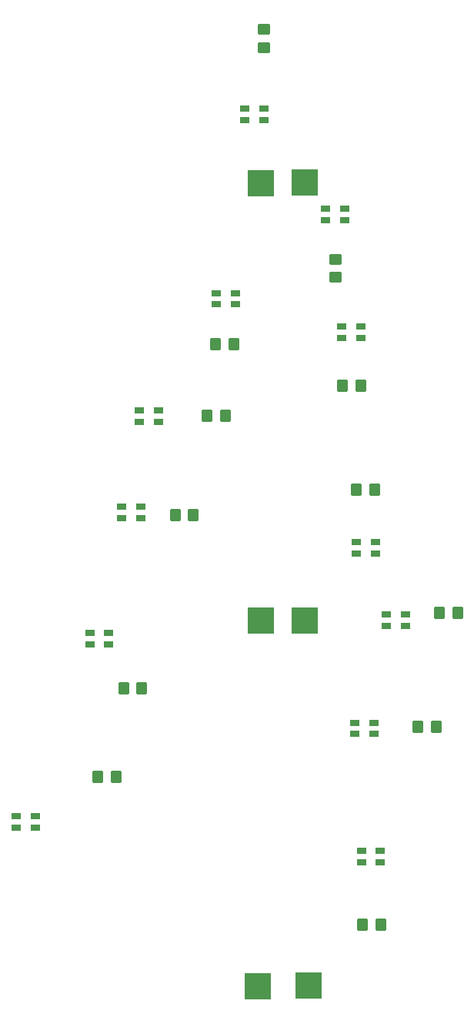
<source format=gts>
G04 #@! TF.GenerationSoftware,KiCad,Pcbnew,(6.0.4-0)*
G04 #@! TF.CreationDate,2022-10-21T14:00:41+02:00*
G04 #@! TF.ProjectId,SL_Christmas_Tree_B,534c5f43-6872-4697-9374-6d61735f5472,rev?*
G04 #@! TF.SameCoordinates,Original*
G04 #@! TF.FileFunction,Soldermask,Top*
G04 #@! TF.FilePolarity,Negative*
%FSLAX46Y46*%
G04 Gerber Fmt 4.6, Leading zero omitted, Abs format (unit mm)*
G04 Created by KiCad (PCBNEW (6.0.4-0)) date 2022-10-21 14:00:41*
%MOMM*%
%LPD*%
G01*
G04 APERTURE LIST*
G04 Aperture macros list*
%AMRoundRect*
0 Rectangle with rounded corners*
0 $1 Rounding radius*
0 $2 $3 $4 $5 $6 $7 $8 $9 X,Y pos of 4 corners*
0 Add a 4 corners polygon primitive as box body*
4,1,4,$2,$3,$4,$5,$6,$7,$8,$9,$2,$3,0*
0 Add four circle primitives for the rounded corners*
1,1,$1+$1,$2,$3*
1,1,$1+$1,$4,$5*
1,1,$1+$1,$6,$7*
1,1,$1+$1,$8,$9*
0 Add four rect primitives between the rounded corners*
20,1,$1+$1,$2,$3,$4,$5,0*
20,1,$1+$1,$4,$5,$6,$7,0*
20,1,$1+$1,$6,$7,$8,$9,0*
20,1,$1+$1,$8,$9,$2,$3,0*%
G04 Aperture macros list end*
%ADD10R,1.100000X0.750000*%
%ADD11RoundRect,0.250000X-0.350000X-0.450000X0.350000X-0.450000X0.350000X0.450000X-0.350000X0.450000X0*%
%ADD12R,3.000000X3.000000*%
%ADD13RoundRect,0.250000X0.350000X0.450000X-0.350000X0.450000X-0.350000X-0.450000X0.350000X-0.450000X0*%
%ADD14RoundRect,0.250000X-0.450000X0.350000X-0.450000X-0.350000X0.450000X-0.350000X0.450000X0.350000X0*%
%ADD15RoundRect,0.250000X0.450000X-0.350000X0.450000X0.350000X-0.450000X0.350000X-0.450000X-0.350000X0*%
G04 APERTURE END LIST*
D10*
X107870000Y-114940000D03*
X109970000Y-114940000D03*
X109970000Y-116190000D03*
X107870000Y-116190000D03*
D11*
X117040000Y-122720000D03*
X119040000Y-122720000D03*
X79440000Y-140760000D03*
X81440000Y-140760000D03*
D12*
X97090000Y-163760000D03*
D11*
X87960000Y-111970000D03*
X89960000Y-111970000D03*
D12*
X97360000Y-123590000D03*
D10*
X78560000Y-124925000D03*
X80660000Y-124925000D03*
X80660000Y-126175000D03*
X78560000Y-126175000D03*
D11*
X91480000Y-101090000D03*
X93480000Y-101090000D03*
D12*
X97410000Y-75460000D03*
D10*
X95600000Y-67285000D03*
X97700000Y-67285000D03*
X97700000Y-68535000D03*
X95600000Y-68535000D03*
D13*
X109920000Y-109180000D03*
X107920000Y-109180000D03*
D10*
X107730000Y-134800000D03*
X109830000Y-134800000D03*
X109830000Y-136050000D03*
X107730000Y-136050000D03*
D12*
X102190000Y-75410000D03*
D11*
X82290000Y-131030000D03*
X84290000Y-131030000D03*
D10*
X111170000Y-122935000D03*
X113270000Y-122935000D03*
X113270000Y-124185000D03*
X111170000Y-124185000D03*
D11*
X92430000Y-93210000D03*
X94430000Y-93210000D03*
D12*
X102190000Y-123550000D03*
D10*
X104540000Y-78290000D03*
X106640000Y-78290000D03*
X106640000Y-79540000D03*
X104540000Y-79540000D03*
D13*
X108390000Y-97790000D03*
X106390000Y-97790000D03*
D10*
X82070000Y-111055000D03*
X84170000Y-111055000D03*
X84170000Y-112305000D03*
X82070000Y-112305000D03*
X84050000Y-100455000D03*
X86150000Y-100455000D03*
X86150000Y-101705000D03*
X84050000Y-101705000D03*
X106270000Y-91220000D03*
X108370000Y-91220000D03*
X108370000Y-92470000D03*
X106270000Y-92470000D03*
D12*
X102660000Y-163750000D03*
D10*
X108440000Y-148900000D03*
X110540000Y-148900000D03*
X110540000Y-150150000D03*
X108440000Y-150150000D03*
X92490000Y-87555000D03*
X94590000Y-87555000D03*
X94590000Y-88805000D03*
X92490000Y-88805000D03*
X70480000Y-145095000D03*
X72580000Y-145095000D03*
X72580000Y-146345000D03*
X70480000Y-146345000D03*
D14*
X105620000Y-83850000D03*
X105620000Y-85850000D03*
D11*
X114680000Y-135260000D03*
X116680000Y-135260000D03*
D15*
X97760000Y-60590000D03*
X97760000Y-58590000D03*
D11*
X108580000Y-156990000D03*
X110580000Y-156990000D03*
M02*

</source>
